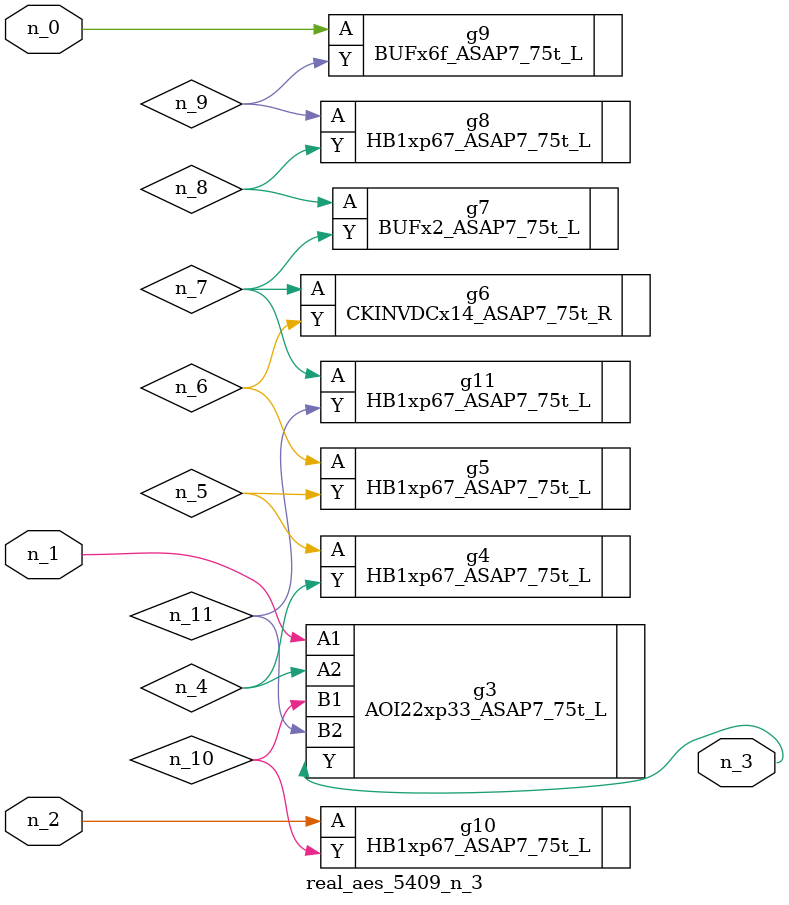
<source format=v>
module real_aes_5409_n_3 (n_0, n_2, n_1, n_3);
input n_0;
input n_2;
input n_1;
output n_3;
wire n_4;
wire n_5;
wire n_7;
wire n_8;
wire n_6;
wire n_9;
wire n_10;
wire n_11;
BUFx6f_ASAP7_75t_L g9 ( .A(n_0), .Y(n_9) );
AOI22xp33_ASAP7_75t_L g3 ( .A1(n_1), .A2(n_4), .B1(n_10), .B2(n_11), .Y(n_3) );
HB1xp67_ASAP7_75t_L g10 ( .A(n_2), .Y(n_10) );
HB1xp67_ASAP7_75t_L g4 ( .A(n_5), .Y(n_4) );
HB1xp67_ASAP7_75t_L g5 ( .A(n_6), .Y(n_5) );
CKINVDCx14_ASAP7_75t_R g6 ( .A(n_7), .Y(n_6) );
HB1xp67_ASAP7_75t_L g11 ( .A(n_7), .Y(n_11) );
BUFx2_ASAP7_75t_L g7 ( .A(n_8), .Y(n_7) );
HB1xp67_ASAP7_75t_L g8 ( .A(n_9), .Y(n_8) );
endmodule
</source>
